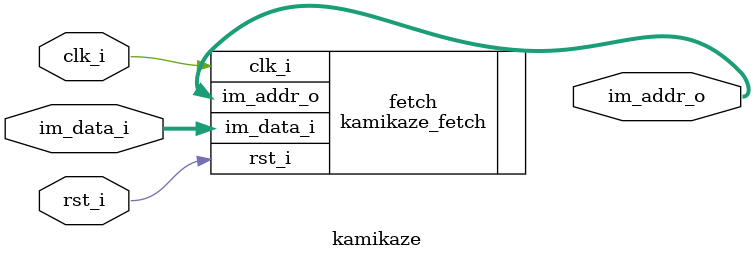
<source format=v>
module kamikaze(clk_i,
		rst_i,
		im_addr_o,
		im_data_i);
	input clk_i;
	input rst_i;
	output [31:0] im_addr_o;
	input [31:0] im_data_i;
	kamikaze_fetch fetch(.clk_i(clk_i), .rst_i(rst_i),
				.im_addr_o(im_addr_o), .im_data_i(im_data_i));
endmodule

</source>
